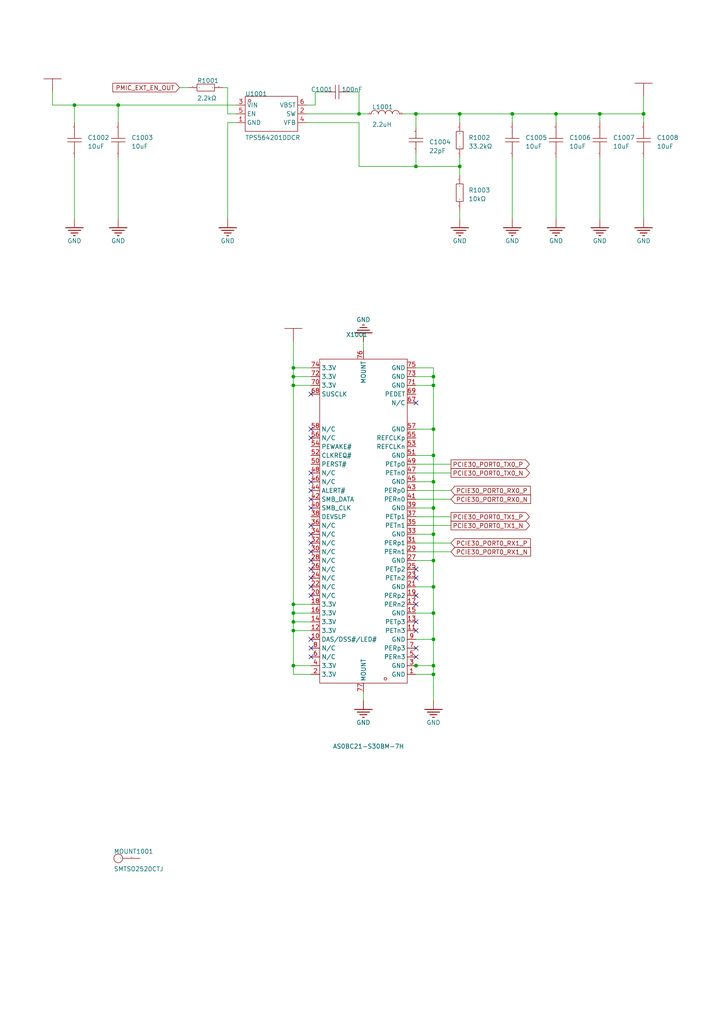
<source format=kicad_sch>
(kicad_sch (version 20250114) (generator "eeschema") (generator_version "9.0")
  (paper "A4" portrait)
  (lib_symbols
    (symbol "mainboard:0402B104K250NT"
      (property "Reference" "C" (at 0 0 0))
      (symbol "0402B104K250NT_1_0"
        (polyline (pts (xy -1.27 0) (xy -0.508 0)))
        (polyline (pts (xy -0.508 2.032) (xy -0.508 -2.032)))
        (polyline (pts (xy 0.508 2.032) (xy 0.508 -2.032)))
        (polyline (pts (xy 0.508 0) (xy 1.27 0)))
        (pin input line (at -3.81 0 0) (length 2.54) (name "1") (number "1"))
        (pin input line (at 3.81 0 180) (length 2.54) (name "2") (number "2"))
      )
    )
    (symbol "mainboard:0402CG220J500NT"
      (property "Reference" "C" (at 0 0 0))
      (symbol "0402CG220J500NT_1_0"
        (polyline (pts (xy -1.27 0) (xy -0.508 0)))
        (polyline (pts (xy -0.508 2.032) (xy -0.508 -2.032)))
        (polyline (pts (xy 0.508 2.032) (xy 0.508 -2.032)))
        (polyline (pts (xy 0.508 0) (xy 1.27 0)))
        (pin input line (at -3.81 0 0) (length 2.54) (name "1") (number "1"))
        (pin input line (at 3.81 0 180) (length 2.54) (name "2") (number "2"))
      )
    )
    (symbol "mainboard:0402WGF3322TCE"
      (property "Reference" "R" (at 0 0 0))
      (symbol "0402WGF3322TCE_1_0"
        (rectangle (start -2.54 -1.016) (end 2.54 1.016))
        (pin input line (at -5.08 0 0) (length 2.54) (name "1") (number "1"))
        (pin input line (at 5.08 0 180) (length 2.54) (name "2") (number "2"))
      )
    )
    (symbol "mainboard:AS0BC21-S30BM-7H"
      (symbol "AS0BC21-S30BM-7H_1_0"
        (rectangle (start -12.7 43.18) (end 12.7 -50.8))
        (circle (center 6.35 -49.53) (radius 0.381))
        (pin input line (at -15.24 40.64 0) (length 2.54) (name "3.3V") (number "74"))
        (pin input line (at -15.24 38.1 0) (length 2.54) (name "3.3V") (number "72"))
        (pin input line (at -15.24 35.56 0) (length 2.54) (name "3.3V") (number "70"))
        (pin input line (at -15.24 33.02 0) (length 2.54) (name "SUSCLK") (number "68"))
        (pin input line (at -15.24 22.86 0) (length 2.54) (name "N/C") (number "58"))
        (pin input line (at -15.24 20.32 0) (length 2.54) (name "N/C") (number "56"))
        (pin input line (at -15.24 17.78 0) (length 2.54) (name "PEWAKE#") (number "54"))
        (pin input line (at -15.24 15.24 0) (length 2.54) (name "CLKREQ#") (number "52"))
        (pin input line (at -15.24 12.7 0) (length 2.54) (name "PERST#") (number "50"))
        (pin input line (at -15.24 10.16 0) (length 2.54) (name "N/C") (number "48"))
        (pin input line (at -15.24 7.5946 0) (length 2.54) (name "N/C") (number "46"))
        (pin input line (at -15.24 5.0546 0) (length 2.54) (name "ALERT#") (number "44"))
        (pin input line (at -15.24 2.5146 0) (length 2.54) (name "SMB_DATA") (number "42"))
        (pin input line (at -15.24 0 0) (length 2.54) (name "SMB_CLK") (number "40"))
        (pin input line (at -15.24 -2.54 0) (length 2.54) (name "DEVSLP") (number "38"))
        (pin input line (at -15.24 -5.08 0) (length 2.54) (name "N/C") (number "36"))
        (pin input line (at -15.24 -7.62 0) (length 2.54) (name "N/C") (number "34"))
        (pin input line (at -15.24 -10.16 0) (length 2.54) (name "N/C") (number "32"))
        (pin input line (at -15.24 -12.7 0) (length 2.54) (name "N/C") (number "30"))
        (pin input line (at -15.24 -15.24 0) (length 2.54) (name "N/C") (number "28"))
        (pin input line (at -15.24 -17.78 0) (length 2.54) (name "N/C") (number "26"))
        (pin input line (at -15.24 -20.32 0) (length 2.54) (name "N/C") (number "24"))
        (pin input line (at -15.24 -22.86 0) (length 2.54) (name "N/C") (number "22"))
        (pin input line (at -15.24 -25.4 0) (length 2.54) (name "N/C") (number "20"))
        (pin input line (at -15.24 -27.94 0) (length 2.54) (name "3.3V") (number "18"))
        (pin input line (at -15.24 -30.48 0) (length 2.54) (name "3.3V") (number "16"))
        (pin input line (at -15.24 -33.02 0) (length 2.54) (name "3.3V") (number "14"))
        (pin input line (at -15.24 -35.56 0) (length 2.54) (name "3.3V") (number "12"))
        (pin input line (at -15.24 -38.1 0) (length 2.54) (name "DAS/DSS#/LED#") (number "10"))
        (pin input line (at -15.2146 -40.64 0) (length 2.54) (name "N/C") (number "8"))
        (pin input line (at -15.2146 -43.18 0) (length 2.54) (name "N/C") (number "6"))
        (pin input line (at -15.2146 -45.72 0) (length 2.54) (name "3.3V") (number "4"))
        (pin input line (at -15.2146 -48.26 0) (length 2.54) (name "3.3V") (number "2"))
        (pin input line (at 0 45.72 270) (length 2.54) (name "MOUNT") (number "76"))
        (pin input line (at 0 -53.34 90) (length 2.54) (name "MOUNT") (number "77"))
        (pin input line (at 15.2146 40.64 180) (length 2.54) (name "GND") (number "75"))
        (pin input line (at 15.2146 38.1 180) (length 2.54) (name "GND") (number "73"))
        (pin input line (at 15.2146 35.56 180) (length 2.54) (name "GND") (number "71"))
        (pin input line (at 15.2146 33.02 180) (length 2.54) (name "PEDET") (number "69"))
        (pin input line (at 15.2146 30.48 180) (length 2.54) (name "N/C") (number "67"))
        (pin input line (at 15.2146 22.86 180) (length 2.54) (name "GND") (number "57"))
        (pin input line (at 15.2146 20.32 180) (length 2.54) (name "REFCLKp") (number "55"))
        (pin input line (at 15.2146 17.78 180) (length 2.54) (name "REFCLKn") (number "53"))
        (pin input line (at 15.2146 15.24 180) (length 2.54) (name "GND") (number "51"))
        (pin input line (at 15.2146 12.7 180) (length 2.54) (name "PETp0") (number "49"))
        (pin input line (at 15.2146 10.16 180) (length 2.54) (name "PETn0") (number "47"))
        (pin input line (at 15.2146 7.62 180) (length 2.54) (name "GND") (number "45"))
        (pin input line (at 15.2146 5.08 180) (length 2.54) (name "PERp0") (number "43"))
        (pin input line (at 15.2146 2.54 180) (length 2.54) (name "PERn0") (number "41"))
        (pin input line (at 15.24 0 180) (length 2.54) (name "GND") (number "39"))
        (pin input line (at 15.24 -2.5146 180) (length 2.54) (name "PETp1") (number "37"))
        (pin input line (at 15.24 -5.0546 180) (length 2.54) (name "PETn1") (number "35"))
        (pin input line (at 15.24 -7.5946 180) (length 2.54) (name "GND") (number "33"))
        (pin input line (at 15.24 -10.1346 180) (length 2.54) (name "PERp1") (number "31"))
        (pin input line (at 15.24 -12.6746 180) (length 2.54) (name "PERn1") (number "29"))
        (pin input line (at 15.24 -15.2146 180) (length 2.54) (name "GND") (number "27"))
        (pin input line (at 15.24 -17.7546 180) (length 2.54) (name "PETp2") (number "25"))
        (pin input line (at 15.24 -20.2946 180) (length 2.54) (name "PETn2") (number "23"))
        (pin input line (at 15.24 -22.86 180) (length 2.54) (name "GND") (number "21"))
        (pin input line (at 15.24 -25.4 180) (length 2.54) (name "PERp2") (number "19"))
        (pin input line (at 15.24 -27.94 180) (length 2.54) (name "PERn2") (number "17"))
        (pin input line (at 15.24 -30.48 180) (length 2.54) (name "GND") (number "15"))
        (pin input line (at 15.24 -33.02 180) (length 2.54) (name "PETp3") (number "13"))
        (pin input line (at 15.24 -35.56 180) (length 2.54) (name "PETn3") (number "11"))
        (pin input line (at 15.24 -38.1 180) (length 2.54) (name "GND") (number "9"))
        (pin input line (at 15.24 -40.64 180) (length 2.54) (name "PERp3") (number "7"))
        (pin input line (at 15.24 -43.18 180) (length 2.54) (name "PERn3") (number "5"))
        (pin input line (at 15.24 -45.72 180) (length 2.54) (name "GND") (number "3"))
        (pin input line (at 15.24 -48.26 180) (length 2.54) (name "GND") (number "1"))
      )
    )
    (symbol "mainboard:CL10A106MA8NRNC"
      (property "Reference" "C" (at 0 0 0))
      (symbol "CL10A106MA8NRNC_1_0"
        (polyline (pts (xy -0.508 0) (xy -2.54 0)))
        (polyline (pts (xy -0.508 -2.032) (xy -0.508 2.032)))
        (polyline (pts (xy 0.508 2.032) (xy 0.508 -2.032)))
        (polyline (pts (xy 2.54 0) (xy 0.508 0)))
        (pin input line (at -5.08 0 0) (length 2.54) (name "1") (number "1"))
        (pin input line (at 5.08 0 180) (length 2.54) (name "2") (number "2"))
      )
    )
    (symbol "mainboard:FTC322512S2R2MBCD"
      (property "Reference" "L" (at 0 0 0))
      (symbol "FTC322512S2R2MBCD_1_0"
        (arc (start -4.064 0) (mid -3.0226 1.016) (end -2.032 0))
        (arc (start -2.032 0) (mid -0.9906 1.016) (end 0 0))
        (arc (start 0 0) (mid 1.016 1.016) (end 2.032 0))
        (arc (start 2.032 0) (mid 3.048 1.016) (end 4.064 0))
        (pin unspecified line (at -5.08 0 0) (length 1.016) (name "1") (number "1"))
        (pin unspecified line (at 5.08 0 180) (length 1.016) (name "2") (number "2"))
      )
    )
    (symbol "mainboard:Ground-GND" (power) (pin_numbers (hide yes)) (pin_names (hide yes))
      (property "Value" "GND" (at 0 -6.35 0))
      (symbol "Ground-GND_1_0"
        (polyline (pts (xy -2.54 -2.54) (xy 2.54 -2.54)) (stroke (width 0.254)))
        (polyline (pts (xy -1.778 -3.302) (xy 1.778 -3.302)) (stroke (width 0.254)))
        (polyline (pts (xy -1.016 -4.064) (xy 1.016 -4.064)) (stroke (width 0.254)))
        (polyline (pts (xy -0.254 -4.826) (xy 0.254 -4.826)) (stroke (width 0.254)))
        (pin power_in line (at 0 0 270) (length 2.54) (name "") (number "1"))
      )
    )
    (symbol "mainboard:Power-5V" (power) (pin_numbers (hide yes)) (pin_names (hide yes))
      (symbol "Power-5V_1_0"
        (polyline (pts (xy -2.54 3.81) (xy 2.54 3.81)))
        (polyline (pts (xy 0 3.81) (xy 0 1.27)))
        (pin power_in line (at 0 0 90) (length 1.27) (name "+3.3V_NVME") (number "1"))
      )
    )
    (symbol "mainboard:RC0402FR-0710KL"
      (property "Reference" "R" (at 0 0 0))
      (symbol "RC0402FR-0710KL_1_0"
        (rectangle (start -2.54 -1.016) (end 2.54 1.016))
        (pin input line (at -5.08 0 0) (length 2.54) (name "1") (number "1"))
        (pin input line (at 5.08 0 180) (length 2.54) (name "2") (number "2"))
      )
    )
    (symbol "mainboard:RC0402FR-072K2L"
      (property "Reference" "R" (at 0 0 0))
      (symbol "RC0402FR-072K2L_1_0"
        (rectangle (start -2.54 -1.016) (end 2.54 1.016))
        (pin input line (at -5.08 0 0) (length 2.54) (name "1") (number "1"))
        (pin input line (at 5.08 0 180) (length 2.54) (name "2") (number "2"))
      )
    )
    (symbol "mainboard:SMTSO2520CTJ"
      (property "Reference" "U" (at 0 0 0))
      (symbol "SMTSO2520CTJ_1_0"
        (circle (center 0 0) (radius 1.27))
        (pin input line (at 6.35 0 180) (length 5.08) (name "1") (number "1"))
      )
    )
    (symbol "mainboard:TPS564201DDCR"
      (symbol "TPS564201DDCR_1_0"
        (rectangle (start -7.62 -5.08) (end 7.62 5.08))
        (circle (center -6.35 3.81) (radius 0.381))
        (pin unspecified line (at -10.16 2.54 0) (length 2.54) (name "VIN") (number "3"))
        (pin unspecified line (at -10.16 0 0) (length 2.54) (name "EN") (number "5"))
        (pin unspecified line (at -10.16 -2.54 0) (length 2.54) (name "GND") (number "1"))
        (pin unspecified line (at 10.16 2.54 180) (length 2.54) (name "VBST") (number "6"))
        (pin unspecified line (at 10.16 0 180) (length 2.54) (name "SW") (number "2"))
        (pin unspecified line (at 10.16 -2.54 180) (length 2.54) (name "VFB") (number "4"))
      )
    )
  )
  (junction (at 125.73 154.94))
  (junction (at 85.09 106.68))
  (junction (at 133.35 33.02))
  (junction (at 148.59 33.02))
  (junction (at 85.09 193.04))
  (junction (at 125.73 139.7))
  (junction (at 125.73 147.32))
  (junction (at 133.35 48.26))
  (junction (at 125.73 195.58))
  (junction (at 104.14 33.02))
  (junction (at 34.29 30.48))
  (junction (at 120.6754 193.04))
  (junction (at 125.73 109.22))
  (junction (at 161.29 33.02))
  (junction (at 85.09 109.22))
  (junction (at 125.73 111.76))
  (junction (at 186.69 33.02))
  (junction (at 85.09 111.76))
  (junction (at 125.73 177.8))
  (junction (at 21.59 30.48))
  (junction (at 120.65 33.02))
  (junction (at 125.73 162.56))
  (junction (at 125.73 193.04))
  (junction (at 125.73 124.46))
  (junction (at 85.09 180.34))
  (junction (at 173.99 33.02))
  (junction (at 125.73 185.42))
  (junction (at 85.09 175.26))
  (junction (at 125.73 132.08))
  (junction (at 125.73 170.18))
  (junction (at 85.09 177.8))
  (junction (at 85.09 182.88))
  (junction (at 120.65 48.26))
  (no_connect (at 90.1954 137.16))
  (no_connect (at 90.1954 127))
  (no_connect (at 90.1954 154.94))
  (no_connect (at 90.1954 114.3))
  (no_connect (at 90.1954 162.56))
  (no_connect (at 120.65 116.84))
  (no_connect (at 90.1954 157.48))
  (no_connect (at 90.1954 139.7254))
  (no_connect (at 90.1954 167.64))
  (no_connect (at 120.6754 187.96))
  (no_connect (at 120.6754 182.88))
  (no_connect (at 120.6754 190.5))
  (no_connect (at 90.1954 147.32))
  (no_connect (at 120.6754 175.26))
  (no_connect (at 90.1954 170.18))
  (no_connect (at 90.2208 187.96))
  (no_connect (at 90.1954 172.72))
  (no_connect (at 120.6754 172.72))
  (no_connect (at 90.1954 142.2654))
  (no_connect (at 120.6754 180.34))
  (no_connect (at 120.6754 167.6146))
  (no_connect (at 90.2208 190.5))
  (no_connect (at 90.1954 144.8054))
  (no_connect (at 90.1954 185.42))
  (no_connect (at 90.1954 160.02))
  (no_connect (at 120.6754 165.0746))
  (no_connect (at 90.1954 165.1))
  (no_connect (at 90.1954 124.46))
  (no_connect (at 90.1954 152.4))
  (wire (pts (xy 130.81 157.48) (xy 120.6754 157.48)))
  (wire (pts (xy 120.65 48.26) (xy 120.65 44.45)))
  (wire (pts (xy 125.73 177.8) (xy 120.6754 177.8)))
  (wire (pts (xy 85.09 177.8) (xy 90.1954 177.8)))
  (wire (pts (xy 125.73 203.2) (xy 125.73 195.58)))
  (wire (pts (xy 15.24 26.67) (xy 15.24 30.48)))
  (wire (pts (xy 125.73 177.8) (xy 125.73 170.18)))
  (wire (pts (xy 125.73 132.08) (xy 125.73 124.46)))
  (wire (pts (xy 125.73 162.56) (xy 120.65 162.56)))
  (wire (pts (xy 85.09 109.22) (xy 85.09 111.76)))
  (wire (pts (xy 173.99 33.02) (xy 173.99 35.56)))
  (wire (pts (xy 125.73 139.7) (xy 120.6754 139.7)))
  (wire (pts (xy 125.73 109.22) (xy 125.73 106.68)))
  (wire (pts (xy 104.14 33.02) (xy 106.68 33.02)))
  (wire (pts (xy 148.59 63.5) (xy 148.59 45.72)))
  (wire (pts (xy 104.14 35.56) (xy 104.14 48.26)))
  (wire (pts (xy 91.44 30.48) (xy 88.9 30.48)))
  (wire (pts (xy 125.73 185.42) (xy 125.73 177.8)))
  (wire (pts (xy 85.09 106.68) (xy 90.17 106.68)))
  (wire (pts (xy 85.09 180.34) (xy 90.1954 180.34)))
  (wire (pts (xy 161.29 63.5) (xy 161.29 45.72)))
  (wire (pts (xy 66.04 25.4) (xy 64.77 25.4)))
  (wire (pts (xy 85.09 175.26) (xy 85.09 177.8)))
  (wire (pts (xy 120.65 33.02) (xy 116.84 33.02)))
  (wire (pts (xy 125.73 111.76) (xy 125.73 109.22)))
  (wire (pts (xy 105.41 101.6) (xy 105.41 99.06)))
  (wire (pts (xy 148.59 33.02) (xy 133.35 33.02)))
  (wire (pts (xy 186.69 63.5) (xy 186.69 45.72)))
  (wire (pts (xy 120.6754 152.4) (xy 130.81 152.4)))
  (wire (pts (xy 93.98 26.67) (xy 91.44 26.67)))
  (wire (pts (xy 85.09 195.58) (xy 90.1954 195.58)))
  (wire (pts (xy 125.73 147.32) (xy 120.6754 147.32)))
  (wire (pts (xy 161.29 33.02) (xy 148.59 33.02)))
  (wire (pts (xy 88.9 33.02) (xy 104.14 33.02)))
  (wire (pts (xy 120.6754 144.78) (xy 130.81 144.78)))
  (wire (pts (xy 125.73 162.56) (xy 125.73 154.94)))
  (wire (pts (xy 85.09 193.04) (xy 90.1954 193.04)))
  (wire (pts (xy 66.04 35.56) (xy 66.04 63.5)))
  (wire (pts (xy 120.65 33.02) (xy 120.65 36.83)))
  (wire (pts (xy 34.29 63.5) (xy 34.29 45.72)))
  (wire (pts (xy 148.59 33.02) (xy 148.59 35.56)))
  (wire (pts (xy 91.44 26.67) (xy 91.44 30.48)))
  (wire (pts (xy 104.14 26.67) (xy 104.14 33.02)))
  (wire (pts (xy 125.73 111.76) (xy 120.65 111.76)))
  (wire (pts (xy 186.69 27.94) (xy 186.69 33.02)))
  (wire (pts (xy 125.73 106.68) (xy 120.65 106.68)))
  (wire (pts (xy 34.29 30.48) (xy 34.29 35.56)))
  (wire (pts (xy 66.04 25.4) (xy 66.04 33.02)))
  (wire (pts (xy 125.73 185.42) (xy 120.6754 185.42)))
  (wire (pts (xy 85.09 182.88) (xy 90.17 182.88)))
  (wire (pts (xy 85.09 99.06) (xy 85.09 106.68)))
  (wire (pts (xy 21.59 30.48) (xy 21.59 35.56)))
  (wire (pts (xy 125.73 154.94) (xy 120.6754 154.94)))
  (wire (pts (xy 120.6754 160.02) (xy 130.81 160.02)))
  (wire (pts (xy 133.35 63.5) (xy 133.35 60.96)))
  (wire (pts (xy 133.35 48.26) (xy 133.35 50.8)))
  (wire (pts (xy 125.73 124.46) (xy 120.6754 124.46)))
  (wire (pts (xy 130.81 134.62) (xy 120.6754 134.62)))
  (wire (pts (xy 125.73 147.32) (xy 125.73 139.7)))
  (wire (pts (xy 85.09 177.8) (xy 85.09 180.34)))
  (wire (pts (xy 101.6 26.67) (xy 104.14 26.67)))
  (wire (pts (xy 120.65 48.26) (xy 104.14 48.26)))
  (wire (pts (xy 125.73 139.7) (xy 125.73 132.08)))
  (wire (pts (xy 85.09 109.22) (xy 90.17 109.22)))
  (wire (pts (xy 133.35 33.02) (xy 133.35 35.56)))
  (wire (pts (xy 125.73 170.18) (xy 125.73 162.56)))
  (wire (pts (xy 133.35 48.26) (xy 133.35 45.72)))
  (wire (pts (xy 125.73 109.22) (xy 120.65 109.22)))
  (wire (pts (xy 133.35 33.02) (xy 120.65 33.02)))
  (wire (pts (xy 173.99 33.02) (xy 186.69 33.02)))
  (wire (pts (xy 125.73 154.94) (xy 125.73 147.32)))
  (wire (pts (xy 173.99 33.02) (xy 161.29 33.02)))
  (wire (pts (xy 186.69 33.02) (xy 186.69 35.56)))
  (wire (pts (xy 85.09 111.76) (xy 90.17 111.76)))
  (wire (pts (xy 68.58 33.02) (xy 66.04 33.02)))
  (wire (pts (xy 68.58 35.56) (xy 66.04 35.56)))
  (wire (pts (xy 125.73 124.46) (xy 125.73 111.76)))
  (wire (pts (xy 88.9 35.56) (xy 104.14 35.56)))
  (wire (pts (xy 85.09 111.76) (xy 85.09 175.26)))
  (wire (pts (xy 125.73 195.58) (xy 120.6754 195.58)))
  (wire (pts (xy 125.73 195.58) (xy 125.73 193.04)))
  (wire (pts (xy 125.73 132.08) (xy 120.65 132.08)))
  (wire (pts (xy 120.6754 193.04) (xy 120.65 193.04)))
  (wire (pts (xy 34.29 30.48) (xy 21.59 30.48)))
  (wire (pts (xy 85.09 175.26) (xy 90.1954 175.26)))
  (wire (pts (xy 34.29 30.48) (xy 68.58 30.48)))
  (wire (pts (xy 161.29 33.02) (xy 161.29 35.56)))
  (wire (pts (xy 120.65 48.26) (xy 133.35 48.26)))
  (wire (pts (xy 173.99 63.5) (xy 173.99 45.72)))
  (wire (pts (xy 52.07 25.4) (xy 54.61 25.4)))
  (wire (pts (xy 125.73 170.18) (xy 120.6754 170.18)))
  (wire (pts (xy 85.09 180.34) (xy 85.09 182.88)))
  (wire (pts (xy 21.59 63.5) (xy 21.59 45.72)))
  (wire (pts (xy 125.73 193.04) (xy 125.73 185.42)))
  (wire (pts (xy 120.6754 137.16) (xy 130.81 137.16)))
  (wire (pts (xy 21.59 30.48) (xy 15.24 30.48)))
  (wire (pts (xy 85.09 193.04) (xy 85.09 195.58)))
  (wire (pts (xy 85.09 182.88) (xy 85.09 193.04)))
  (wire (pts (xy 125.73 193.04) (xy 120.6754 193.04)))
  (wire (pts (xy 130.81 142.24) (xy 120.6754 142.24)))
  (wire (pts (xy 130.81 149.86) (xy 120.6754 149.86)))
  (wire (pts (xy 105.41 200.66) (xy 105.41 203.2)))
  (wire (pts (xy 85.09 106.68) (xy 85.09 109.22)))
  (global_label "PCIE30_PORT0_TX0_P" (shape output) (at 130.81 134.62 0) (property "Intersheetrefs" "${INTERSHEET_REFS}" (effects (hide yes))))
  (global_label "PCIE30_PORT0_TX1_N" (shape output) (at 130.81 152.4 0) (property "Intersheetrefs" "${INTERSHEET_REFS}" (effects (hide yes))))
  (global_label "PCIE30_PORT0_RX0_P" (shape input) (at 130.81 142.24 0) (property "Intersheetrefs" "${INTERSHEET_REFS}" (effects (hide yes))))
  (global_label "PCIE30_PORT0_RX1_N" (shape input) (at 130.81 160.02 0) (property "Intersheetrefs" "${INTERSHEET_REFS}" (effects (hide yes))))
  (global_label "PCIE30_PORT0_TX0_N" (shape output) (at 130.81 137.16 0) (property "Intersheetrefs" "${INTERSHEET_REFS}" (effects (hide yes))))
  (global_label "PCIE30_PORT0_RX1_P" (shape input) (at 130.81 157.48 0) (property "Intersheetrefs" "${INTERSHEET_REFS}" (effects (hide yes))))
  (global_label "PCIE30_PORT0_TX1_P" (shape output) (at 130.81 149.86 0) (property "Intersheetrefs" "${INTERSHEET_REFS}" (effects (hide yes))))
  (global_label "PMIC_EXT_EN_OUT" (shape input) (at 52.07 25.4 180) (property "Intersheetrefs" "${INTERSHEET_REFS}" (effects (hide yes))))
  (global_label "PCIE30_PORT0_RX0_N" (shape input) (at 130.81 144.78 0) (property "Intersheetrefs" "${INTERSHEET_REFS}" (effects (hide yes))))
  (symbol (lib_id "mainboard:RC0402FR-0710KL") (at 133.35 55.88 90) (unit 1)
    (property "Reference" "R1003" (at 135.89 55.88 90) (effects (justify right top)))
    (property "Value" "10kΩ" (at 135.89 58.42 90) (effects (justify right top)))
    (property "Footprint" "mainboard:R0402" (effects (hide yes)))
    (property "Datasheet" "https://atta.szlcsc.com/upload/public/pdf/source/20170925/C131467_1506321478108990263.pdf" (effects (hide yes)))
    (property "Description" "Type:Thick Film Resistors Resistance: Tolerance:±1% Tolerance:±1% Power(Watts): Overload Voltage (Max): Temperature Coefficient:±100ppm/°C Temperature Coefficient:±100ppm/°C Operating Temperature Range:-55°C~+155°C Operating Temperature Range:-55°C~+155°C" (effects (hide yes)))
    (property "Manufacturer Part" "RC0402FR-0710KL" (effects (hide yes)))
    (property "Manufacturer" "YAGEO(国巨)" (effects (hide yes)))
    (property "Supplier Part" "C60490" (effects (hide yes)))
    (property "Supplier" "LCSC" (effects (hide yes)))
    (property "LCSC Part Name" "厚膜电阻 10kΩ ±1% 62.5mW" (effects (hide yes)))
  )
  (symbol (lib_id "mainboard:CL10A106MA8NRNC") (at 21.59 40.64 90) (unit 1)
    (property "Reference" "C1002" (at 25.4 40.64 90) (effects (justify right top)))
    (property "Value" "10uF" (at 25.4 43.18 90) (effects (justify right top)))
    (property "Footprint" "mainboard:C0603" (effects (hide yes)))
    (property "Datasheet" "https://atta.szlcsc.com/upload/public/pdf/source/20160218/1457707763339.pdf" (effects (hide yes)))
    (property "Description" "Capacitance: Tolerance:±20% Tolerance:±20% Voltage Rated: Temperature Coefficient:" (effects (hide yes)))
    (property "Manufacturer Part" "CL10A106MA8NRNC" (effects (hide yes)))
    (property "Manufacturer" "SAMSUNG(三星)" (effects (hide yes)))
    (property "Supplier Part" "C96446" (effects (hide yes)))
    (property "Supplier" "LCSC" (effects (hide yes)))
    (property "LCSC Part Name" "10uF ±20% 25V" (effects (hide yes)))
  )
  (symbol (lib_id "mainboard:Ground-GND") (at 173.99 63.5 0) (unit 1)
    (property "Reference" "#PWR01009" (effects (hide yes)))
    (property "Value" "GND" (at 173.99 69.85 0))
    (property "Footprint" "mainboard:" (effects (hide yes)))
  )
  (symbol (lib_id "mainboard:Ground-GND") (at 105.41 99.06 180) (unit 1)
    (property "Reference" "#PWR01012" (effects (hide yes)))
    (property "Value" "GND" (at 105.41 92.71 0))
    (property "Footprint" "mainboard:" (effects (hide yes)))
  )
  (symbol (lib_id "mainboard:CL10A106MA8NRNC") (at 173.99 40.64 90) (unit 1)
    (property "Reference" "C1007" (at 177.8 40.64 90) (effects (justify right top)))
    (property "Value" "10uF" (at 177.8 43.18 90) (effects (justify right top)))
    (property "Footprint" "mainboard:C0603" (effects (hide yes)))
    (property "Datasheet" "https://atta.szlcsc.com/upload/public/pdf/source/20160218/1457707763339.pdf" (effects (hide yes)))
    (property "Description" "Capacitance: Tolerance:±20% Tolerance:±20% Voltage Rated: Temperature Coefficient:" (effects (hide yes)))
    (property "Manufacturer Part" "CL10A106MA8NRNC" (effects (hide yes)))
    (property "Manufacturer" "SAMSUNG(三星)" (effects (hide yes)))
    (property "Supplier Part" "C96446" (effects (hide yes)))
    (property "Supplier" "LCSC" (effects (hide yes)))
    (property "LCSC Part Name" "10uF ±20% 25V" (effects (hide yes)))
  )
  (symbol (lib_id "mainboard:Ground-GND") (at 125.73 203.2 0) (unit 1)
    (property "Reference" "#PWR01014" (effects (hide yes)))
    (property "Value" "GND" (at 125.73 209.55 0))
    (property "Footprint" "mainboard:" (effects (hide yes)))
  )
  (symbol (lib_id "mainboard:Power-5V") (at 85.09 99.06 0) (unit 1)
    (property "Reference" "#PWR01011" (effects (hide yes)))
    (property "Value" "+3.3V_NVME" (effects (hide yes)))
    (property "Footprint" "mainboard:" (effects (hide yes)))
    (property "Description" "Power-5V" (effects (hide yes)))
  )
  (symbol (lib_id "mainboard:AS0BC21-S30BM-7H") (at 105.4354 147.32 0) (unit 1)
    (property "Reference" "X1001" (at 100.3554 97.79 0) (effects (justify left bottom)))
    (property "Value" "AS0BC21-S30BM-7H" (at 96.52 217.17 0) (effects (justify left bottom)))
    (property "Footprint" "mainboard:CONN-SMD_AS0BC21-S30BM-7H" (effects (hide yes)))
    (property "Datasheet" "https://atta.szlcsc.com/upload/public/pdf/source/20210603/C2832351_A0FE7709CFF96E1BD00AC1F23AB3C8B1.pdf" (effects (hide yes)))
    (property "Description" "Connector Type:M.2 Pitch:0.5mm Mounting Style:卧贴 Height Above Board:3mm Operating Temperature Range:-40°C~+80°C Operating Temperature Range:-40°C~+80°C" (effects (hide yes)))
    (property "Manufacturer Part" "AS0BC21-S30BM-7H" (effects (hide yes)))
    (property "Manufacturer" "FOXCONN(富士康)" (effects (hide yes)))
    (property "Supplier Part" "C2832351" (effects (hide yes)))
    (property "Supplier" "LCSC" (effects (hide yes)))
    (property "LCSC Part Name" "0.5mm" (effects (hide yes)))
  )
  (symbol (lib_id "mainboard:0402B104K250NT") (at 97.79 26.67 0) (unit 1)
    (property "Reference" "C1001" (at 90.17 26.67 0) (effects (justify left bottom)))
    (property "Value" "100nF" (at 99.06 26.67 0) (effects (justify left bottom)))
    (property "Footprint" "mainboard:C0402" (effects (hide yes)))
    (property "Datasheet" "https://atta.szlcsc.com/upload/public/pdf/source/20200305/C486355_26A10D38EF8C2A5C37091D0039909270.pdf" (effects (hide yes)))
    (property "Description" "Capacitance:100nF Tolerance:±10% Tolerance:±10% Voltage Rated: Temperature Coefficient:" (effects (hide yes)))
    (property "Manufacturer Part" "0402B104K250NT" (effects (hide yes)))
    (property "Manufacturer" "FH(风华)" (effects (hide yes)))
    (property "Supplier Part" "C56392" (effects (hide yes)))
    (property "Supplier" "LCSC" (effects (hide yes)))
    (property "LCSC Part Name" "100nF ±10% 25V" (effects (hide yes)))
  )
  (symbol (lib_id "mainboard:CL10A106MA8NRNC") (at 186.69 40.64 90) (unit 1)
    (property "Reference" "C1008" (at 190.5 40.64 90) (effects (justify right top)))
    (property "Value" "10uF" (at 190.5 43.18 90) (effects (justify right top)))
    (property "Footprint" "mainboard:C0603" (effects (hide yes)))
    (property "Datasheet" "https://atta.szlcsc.com/upload/public/pdf/source/20160218/1457707763339.pdf" (effects (hide yes)))
    (property "Description" "Capacitance: Tolerance:±20% Tolerance:±20% Voltage Rated: Temperature Coefficient:" (effects (hide yes)))
    (property "Manufacturer Part" "CL10A106MA8NRNC" (effects (hide yes)))
    (property "Manufacturer" "SAMSUNG(三星)" (effects (hide yes)))
    (property "Supplier Part" "C96446" (effects (hide yes)))
    (property "Supplier" "LCSC" (effects (hide yes)))
    (property "LCSC Part Name" "10uF ±20% 25V" (effects (hide yes)))
  )
  (symbol (lib_id "mainboard:CL10A106MA8NRNC") (at 148.59 40.64 90) (unit 1)
    (property "Reference" "C1005" (at 152.4 40.64 90) (effects (justify right top)))
    (property "Value" "10uF" (at 152.4 43.18 90) (effects (justify right top)))
    (property "Footprint" "mainboard:C0603" (effects (hide yes)))
    (property "Datasheet" "https://atta.szlcsc.com/upload/public/pdf/source/20160218/1457707763339.pdf" (effects (hide yes)))
    (property "Description" "Capacitance: Tolerance:±20% Tolerance:±20% Voltage Rated: Temperature Coefficient:" (effects (hide yes)))
    (property "Manufacturer Part" "CL10A106MA8NRNC" (effects (hide yes)))
    (property "Manufacturer" "SAMSUNG(三星)" (effects (hide yes)))
    (property "Supplier Part" "C96446" (effects (hide yes)))
    (property "Supplier" "LCSC" (effects (hide yes)))
    (property "LCSC Part Name" "10uF ±20% 25V" (effects (hide yes)))
  )
  (symbol (lib_id "mainboard:FTC322512S2R2MBCD") (at 111.76 33.02 0) (unit 1)
    (property "Reference" "L1001" (at 107.95 31.75 0) (effects (justify left bottom)))
    (property "Value" "2.2uH" (at 107.95 36.83 0) (effects (justify left bottom)))
    (property "Footprint" "mainboard:IND-SMD_L3.2-W2.5-LQH32CN1R0M53L" (effects (hide yes)))
    (property "Datasheet" "https://atta.szlcsc.com/upload/public/pdf/source/20240521/301CE7579003F51A221BB92B219EDA58.pdf" (effects (hide yes)))
    (property "Description" "Inductance: Tolerance:±20% Tolerance:±20% Rated Current: Saturation Current (Isat):5A DC Resistance (DCR): Type:一体成型电感" (effects (hide yes)))
    (property "Manufacturer Part" "FTC322512S2R2MBCD" (effects (hide yes)))
    (property "Manufacturer" "cjiang(长江微电)" (effects (hide yes)))
    (property "Supplier Part" "C22400409" (effects (hide yes)))
    (property "Supplier" "LCSC" (effects (hide yes)))
    (property "LCSC Part Name" "2.2uH ±20% 5A" (effects (hide yes)))
  )
  (symbol (lib_id "mainboard:Ground-GND") (at 105.41 203.2 0) (unit 1)
    (property "Reference" "#PWR01013" (effects (hide yes)))
    (property "Value" "GND" (at 105.41 209.55 0))
    (property "Footprint" "mainboard:" (effects (hide yes)))
  )
  (symbol (lib_id "mainboard:RC0402FR-072K2L") (at 59.69 25.4 0) (unit 1)
    (property "Reference" "R1001" (at 57.15 24.13 0) (effects (justify left bottom)))
    (property "Value" "2.2kΩ" (at 57.15 29.21 0) (effects (justify left bottom)))
    (property "Footprint" "mainboard:R0402" (effects (hide yes)))
    (property "Datasheet" "https://atta.szlcsc.com/upload/public/pdf/source/20180821/C275644_0D56F95EFF785E7D9A1FEF436B37DA78.pdf" (effects (hide yes)))
    (property "Description" "Type:Thick Film Resistors Resistance: Tolerance:±1% Tolerance:±1% Power(Watts): Overload Voltage (Max): Temperature Coefficient:±100ppm/°C Temperature Coefficient:±100ppm/°C Operating Temperature Range:-55°C~+155°C Operating Temperature Range:-55°C~+155°C" (effects (hide yes)))
    (property "Manufacturer Part" "RC0402FR-072K2L" (effects (hide yes)))
    (property "Manufacturer" "YAGEO(国巨)" (effects (hide yes)))
    (property "Supplier Part" "C114762" (effects (hide yes)))
    (property "Supplier" "LCSC" (effects (hide yes)))
    (property "LCSC Part Name" "厚膜电阻 2.2kΩ ±1% 62.5mW" (effects (hide yes)))
  )
  (symbol (lib_id "mainboard:Ground-GND") (at 148.59 63.5 0) (unit 1)
    (property "Reference" "#PWR01007" (effects (hide yes)))
    (property "Value" "GND" (at 148.59 69.85 0))
    (property "Footprint" "mainboard:" (effects (hide yes)))
  )
  (symbol (lib_id "mainboard:Ground-GND") (at 34.29 63.5 0) (unit 1)
    (property "Reference" "#PWR01004" (effects (hide yes)))
    (property "Value" "GND" (at 34.29 69.85 0))
    (property "Footprint" "mainboard:" (effects (hide yes)))
  )
  (symbol (lib_id "mainboard:SMTSO2520CTJ") (at 34.29 248.92 0) (unit 1)
    (property "Reference" "MOUNT1001" (at 33.02 247.65 0) (effects (justify left bottom)))
    (property "Value" "SMTSO2520CTJ" (at 33.02 252.73 0) (effects (justify left bottom)))
    (property "Footprint" "mainboard:SMD_BD5.6-L5.6-W5.6-D4.1" (effects (hide yes)))
    (property "Datasheet" "https://atta.szlcsc.com/upload/public/pdf/source/20211122/17CF5E24EB4D4DC090A80DE3D7DE5E21.pdf" (effects (hide yes)))
    (property "Description" "specifications:M2.5X2 surface treatment:镀锡 Product Description:- material quality:- model:SMTSO2520CTJ brand:Sinhoo(雄和远景)" (effects (hide yes)))
    (property "Manufacturer Part" "SMTSO2520CTJ" (effects (hide yes)))
    (property "Manufacturer" "Sinhoo(雄和远景)" (effects (hide yes)))
    (property "Supplier Part" "C2915630" (effects (hide yes)))
    (property "Supplier" "LCSC" (effects (hide yes)))
    (property "LCSC Part Name" "雄和远景，电路板表贴圆螺母柱，M2.5X2，铜镀锡,1个" (effects (hide yes)))
  )
  (symbol (lib_id "mainboard:0402CG220J500NT") (at 120.65 40.64 90) (unit 1)
    (property "Reference" "C1004" (at 124.46 41.91 90) (effects (justify right top)))
    (property "Value" "22pF" (at 124.46 44.45 90) (effects (justify right top)))
    (property "Footprint" "mainboard:C0402" (effects (hide yes)))
    (property "Datasheet" "https://atta.szlcsc.com/upload/public/pdf/source/20200305/C486355_26A10D38EF8C2A5C37091D0039909270.pdf" (effects (hide yes)))
    (property "Description" "Capacitance: Tolerance:±5% Tolerance:±5% Voltage Rated: Temperature Coefficient:" (effects (hide yes)))
    (property "Manufacturer Part" "0402CG220J500NT" (effects (hide yes)))
    (property "Manufacturer" "FH(风华)" (effects (hide yes)))
    (property "Supplier Part" "C1555" (effects (hide yes)))
    (property "Supplier" "LCSC" (effects (hide yes)))
    (property "LCSC Part Name" "22pF ±5% 50V" (effects (hide yes)))
  )
  (symbol (lib_id "mainboard:CL10A106MA8NRNC") (at 161.29 40.64 90) (unit 1)
    (property "Reference" "C1006" (at 165.1 40.64 90) (effects (justify right top)))
    (property "Value" "10uF" (at 165.1 43.18 90) (effects (justify right top)))
    (property "Footprint" "mainboard:C0603" (effects (hide yes)))
    (property "Datasheet" "https://atta.szlcsc.com/upload/public/pdf/source/20160218/1457707763339.pdf" (effects (hide yes)))
    (property "Description" "Capacitance: Tolerance:±20% Tolerance:±20% Voltage Rated: Temperature Coefficient:" (effects (hide yes)))
    (property "Manufacturer Part" "CL10A106MA8NRNC" (effects (hide yes)))
    (property "Manufacturer" "SAMSUNG(三星)" (effects (hide yes)))
    (property "Supplier Part" "C96446" (effects (hide yes)))
    (property "Supplier" "LCSC" (effects (hide yes)))
    (property "LCSC Part Name" "10uF ±20% 25V" (effects (hide yes)))
  )
  (symbol (lib_id "mainboard:Power-5V") (at 186.69 27.94 0) (unit 1)
    (property "Reference" "#PWR01002" (effects (hide yes)))
    (property "Value" "+3.3V_NVME" (effects (hide yes)))
    (property "Footprint" "mainboard:" (effects (hide yes)))
    (property "Description" "Power-5V" (effects (hide yes)))
  )
  (symbol (lib_id "mainboard:CL10A106MA8NRNC") (at 34.29 40.64 90) (unit 1)
    (property "Reference" "C1003" (at 38.1 40.64 90) (effects (justify right top)))
    (property "Value" "10uF" (at 38.1 43.18 90) (effects (justify right top)))
    (property "Footprint" "mainboard:C0603" (effects (hide yes)))
    (property "Datasheet" "https://atta.szlcsc.com/upload/public/pdf/source/20160218/1457707763339.pdf" (effects (hide yes)))
    (property "Description" "Capacitance: Tolerance:±20% Tolerance:±20% Voltage Rated: Temperature Coefficient:" (effects (hide yes)))
    (property "Manufacturer Part" "CL10A106MA8NRNC" (effects (hide yes)))
    (property "Manufacturer" "SAMSUNG(三星)" (effects (hide yes)))
    (property "Supplier Part" "C96446" (effects (hide yes)))
    (property "Supplier" "LCSC" (effects (hide yes)))
    (property "LCSC Part Name" "10uF ±20% 25V" (effects (hide yes)))
  )
  (symbol (lib_id "mainboard:Power-5V") (at 15.24 26.67 0) (unit 1)
    (property "Reference" "#PWR01001" (effects (hide yes)))
    (property "Value" "+12V" (effects (hide yes)))
    (property "Footprint" "mainboard:" (effects (hide yes)))
    (property "Description" "Power-5V" (effects (hide yes)))
  )
  (symbol (lib_id "mainboard:Ground-GND") (at 133.35 63.5 0) (unit 1)
    (property "Reference" "#PWR01006" (effects (hide yes)))
    (property "Value" "GND" (at 133.35 69.85 0))
    (property "Footprint" "mainboard:" (effects (hide yes)))
  )
  (symbol (lib_id "mainboard:0402WGF3322TCE") (at 133.35 40.64 90) (unit 1)
    (property "Reference" "R1002" (at 135.89 40.64 90) (effects (justify right top)))
    (property "Value" "33.2kΩ" (at 135.89 43.18 90) (effects (justify right top)))
    (property "Footprint" "mainboard:R0402" (effects (hide yes)))
    (property "Datasheet" "https://atta.szlcsc.com/upload/public/pdf/source/20200306/C422600_1E6D84923E4A46A82E41ADD87F860B5C.pdf" (effects (hide yes)))
    (property "Description" "Type:Thick Film Resistors Resistance:33.2kΩ Tolerance:±1% Tolerance:±1% Power(Watts): Overload Voltage (Max): Temperature Coefficient:±100ppm/°C Temperature Coefficient:±100ppm/°C Operating Temperature Range:-55°C~+155°C Operating Temperature Range:-55°C~+155°C" (effects (hide yes)))
    (property "Manufacturer Part" "0402WGF3322TCE" (effects (hide yes)))
    (property "Manufacturer" "UNI-ROYAL(厚声)" (effects (hide yes)))
    (property "Supplier Part" "C122548" (effects (hide yes)))
    (property "Supplier" "LCSC" (effects (hide yes)))
    (property "LCSC Part Name" "33.2kΩ ±1% 62.5mW 厚膜电阻" (effects (hide yes)))
  )
  (symbol (lib_id "mainboard:Ground-GND") (at 161.29 63.5 0) (unit 1)
    (property "Reference" "#PWR01008" (effects (hide yes)))
    (property "Value" "GND" (at 161.29 69.85 0))
    (property "Footprint" "mainboard:" (effects (hide yes)))
  )
  (symbol (lib_id "mainboard:Ground-GND") (at 66.04 63.5 0) (unit 1)
    (property "Reference" "#PWR01005" (effects (hide yes)))
    (property "Value" "GND" (at 66.04 69.85 0))
    (property "Footprint" "mainboard:" (effects (hide yes)))
  )
  (symbol (lib_id "mainboard:TPS564201DDCR") (at 78.74 33.02 0) (unit 1)
    (property "Reference" "U1001" (at 71.12 27.94 0) (effects (justify left bottom)))
    (property "Value" "TPS564201DDCR" (at 71.12 40.64 0) (effects (justify left bottom)))
    (property "Footprint" "mainboard:SOT-23-6_L2.9-W1.6-P0.95-LS2.8-BL" (effects (hide yes)))
    (property "Datasheet" "https://www.ti.com/cn/lit/gpn/tps564201" (effects (hide yes)))
    (property "Description" "Function:Step-down type Output Type:Adjustable Input Voltage:4.5V~17V Input Voltage:4.5V~17V Output Voltage:760mV~7V Output Voltage:760mV~7V Output Current:4A Switching Frequency:560kHz Switching Frequency:560kHz Operating Temperature:-40°C~+125°C Operating" (effects (hide yes)))
    (property "Manufacturer Part" "TPS564201DDCR" (effects (hide yes)))
    (property "Manufacturer" "TI(德州仪器)" (effects (hide yes)))
    (property "Supplier Part" "C464812" (effects (hide yes)))
    (property "Supplier" "LCSC" (effects (hide yes)))
    (property "LCSC Part Name" "4.5V至17V输入，4A同步降压电压调节器" (effects (hide yes)))
  )
  (symbol (lib_id "mainboard:Ground-GND") (at 21.59 63.5 0) (unit 1)
    (property "Reference" "#PWR01003" (effects (hide yes)))
    (property "Value" "GND" (at 21.59 69.85 0))
    (property "Footprint" "mainboard:" (effects (hide yes)))
  )
  (symbol (lib_id "mainboard:Ground-GND") (at 186.69 63.5 0) (unit 1)
    (property "Reference" "#PWR01010" (effects (hide yes)))
    (property "Value" "GND" (at 186.69 69.85 0))
    (property "Footprint" "mainboard:" (effects (hide yes)))
  )
)
</source>
